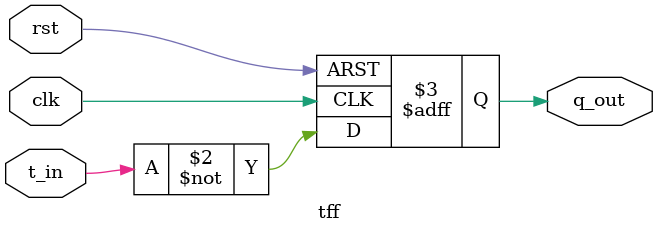
<source format=v>
`timescale 1ns / 1ps


module tff(
    clk, t_in, rst, q_out
    );
    
    input clk, t_in, rst;
    output reg q_out;
    
    always @(posedge clk or posedge rst)
        if (rst)
            q_out <= 1'b0;
        else
            q_out <= ~t_in; 
endmodule

</source>
